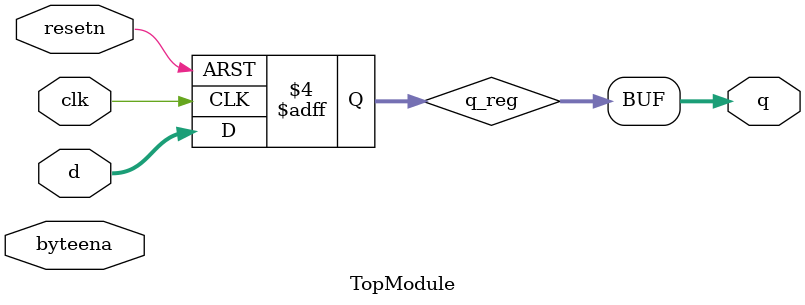
<source format=v>
module TopModule (
  input clk,
  input resetn,
  input [1:0] byteena,
  input [15:0] d,
  output reg [15:0] q
);

  reg [15:0] q_reg;

  always @(posedge clk or negedge resetn) begin
    if (!resetn) begin
      q_reg <= 16'b0;
    end else begin
      q_reg <= d;
    end
  end

  always @(*) begin
    q <= q_reg;
  end
endmodule
</source>
